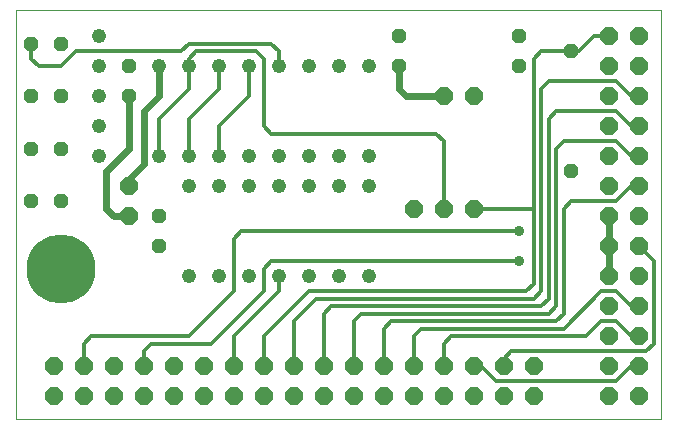
<source format=gtl>
G75*
%MOIN*%
%OFA0B0*%
%FSLAX24Y24*%
%IPPOS*%
%LPD*%
%AMOC8*
5,1,8,0,0,1.08239X$1,22.5*
%
%ADD10C,0.0000*%
%ADD11OC8,0.0600*%
%ADD12OC8,0.0480*%
%ADD13C,0.0480*%
%ADD14C,0.2300*%
%ADD15C,0.0240*%
%ADD16C,0.0120*%
%ADD17C,0.0354*%
D10*
X000200Y000800D02*
X000200Y014420D01*
X021692Y014420D01*
X021692Y000800D01*
X000200Y000800D01*
D11*
X001450Y001550D03*
X002450Y001550D03*
X003450Y001550D03*
X004450Y001550D03*
X005450Y001550D03*
X006450Y001550D03*
X007450Y001550D03*
X008450Y001550D03*
X009450Y001550D03*
X010450Y001550D03*
X011450Y001550D03*
X012450Y001550D03*
X013450Y001550D03*
X014450Y001550D03*
X015450Y001550D03*
X016450Y001550D03*
X017450Y001550D03*
X017450Y002550D03*
X016450Y002550D03*
X015450Y002550D03*
X014450Y002550D03*
X013450Y002550D03*
X012450Y002550D03*
X011450Y002550D03*
X010450Y002550D03*
X009450Y002550D03*
X008450Y002550D03*
X007450Y002550D03*
X006450Y002550D03*
X005450Y002550D03*
X004450Y002550D03*
X003450Y002550D03*
X002450Y002550D03*
X001450Y002550D03*
X003950Y007550D03*
X003950Y008550D03*
X013450Y007800D03*
X014450Y007800D03*
X015450Y007800D03*
X019950Y007550D03*
X020950Y007550D03*
X020950Y008550D03*
X019950Y008550D03*
X019950Y009550D03*
X020950Y009550D03*
X020950Y010550D03*
X019950Y010550D03*
X019950Y011550D03*
X020950Y011550D03*
X020950Y012550D03*
X019950Y012550D03*
X019950Y013550D03*
X020950Y013550D03*
X015450Y011550D03*
X014450Y011550D03*
X019950Y006550D03*
X020950Y006550D03*
X020950Y005550D03*
X019950Y005550D03*
X019950Y004550D03*
X020950Y004550D03*
X020950Y003550D03*
X019950Y003550D03*
X019950Y002550D03*
X020950Y002550D03*
X020950Y001550D03*
X019950Y001550D03*
D12*
X018700Y009050D03*
X016950Y012550D03*
X016950Y013550D03*
X018700Y013050D03*
X012950Y012550D03*
X012950Y013550D03*
X004950Y007550D03*
X004950Y006550D03*
X001700Y008050D03*
X000700Y008050D03*
X000700Y009800D03*
X001700Y009800D03*
X001700Y011550D03*
X000700Y011550D03*
X000700Y013300D03*
X001700Y013300D03*
X003950Y012550D03*
X003950Y011550D03*
D13*
X002950Y011550D03*
X002950Y010550D03*
X002950Y009550D03*
X004950Y009550D03*
X005950Y009550D03*
X006950Y009550D03*
X007950Y009550D03*
X008950Y009550D03*
X009950Y009550D03*
X010950Y009550D03*
X011950Y009550D03*
X011950Y008550D03*
X010950Y008550D03*
X009950Y008550D03*
X008950Y008550D03*
X007950Y008550D03*
X006950Y008550D03*
X005950Y008550D03*
X005950Y005550D03*
X006950Y005550D03*
X007950Y005550D03*
X008950Y005550D03*
X009950Y005550D03*
X010950Y005550D03*
X011950Y005550D03*
X011950Y012550D03*
X010950Y012550D03*
X009950Y012550D03*
X008950Y012550D03*
X007950Y012550D03*
X006950Y012550D03*
X005950Y012550D03*
X004950Y012550D03*
X002950Y012550D03*
X002950Y013550D03*
D14*
X001700Y005800D03*
D15*
X003450Y007550D02*
X003950Y007550D01*
X003450Y007550D02*
X003200Y007800D01*
X003200Y009050D01*
X003950Y009800D01*
X003950Y011550D01*
X004450Y011050D02*
X004950Y011550D01*
X004950Y012550D01*
X004450Y011050D02*
X004450Y009300D01*
X003950Y008800D01*
X003950Y008550D01*
X012950Y011800D02*
X012950Y012550D01*
X012950Y011800D02*
X013200Y011550D01*
X014450Y011550D01*
X019950Y007550D02*
X019950Y006550D01*
X019950Y005550D01*
D16*
X019700Y005050D02*
X020200Y005050D01*
X020700Y004550D01*
X020950Y004550D01*
X020200Y004050D02*
X020700Y003550D01*
X020950Y003550D01*
X021450Y003300D02*
X021450Y006050D01*
X020950Y006550D01*
X020200Y008050D02*
X020700Y008550D01*
X020950Y008550D01*
X020200Y008050D02*
X018700Y008050D01*
X018450Y007800D01*
X018450Y004300D01*
X018200Y004050D01*
X012700Y004050D01*
X012450Y003800D01*
X012450Y002550D01*
X013450Y002550D02*
X013450Y003550D01*
X013700Y003800D01*
X018450Y003800D01*
X019700Y005050D01*
X019700Y004050D02*
X020200Y004050D01*
X019700Y004050D02*
X019200Y003550D01*
X014700Y003550D01*
X014450Y003300D01*
X014450Y002550D01*
X015450Y002550D02*
X015700Y002550D01*
X016200Y002050D01*
X020200Y002050D01*
X020700Y002550D01*
X020950Y002550D01*
X021200Y003050D02*
X021450Y003300D01*
X021200Y003050D02*
X016700Y003050D01*
X016450Y002800D01*
X016450Y002550D01*
X017950Y004300D02*
X018200Y004550D01*
X018200Y009800D01*
X018450Y010050D01*
X020200Y010050D01*
X020700Y009550D01*
X020950Y009550D01*
X020950Y010550D02*
X020700Y010550D01*
X020200Y011050D01*
X018200Y011050D01*
X017950Y010800D01*
X017950Y004800D01*
X017700Y004550D01*
X010700Y004550D01*
X010450Y004300D01*
X010450Y002550D01*
X009450Y002550D02*
X009450Y004050D01*
X010200Y004800D01*
X017450Y004800D01*
X017700Y005050D01*
X017700Y011800D01*
X017950Y012050D01*
X020200Y012050D01*
X020700Y011550D01*
X020950Y011550D01*
X018950Y013050D02*
X019450Y013550D01*
X019950Y013550D01*
X018950Y013050D02*
X018700Y013050D01*
X017700Y013050D01*
X017450Y012800D01*
X017450Y007800D01*
X015450Y007800D01*
X014450Y007800D02*
X014450Y010050D01*
X014200Y010300D01*
X008700Y010300D01*
X008450Y010550D01*
X008450Y012800D01*
X008200Y013050D01*
X006200Y013050D01*
X005950Y012800D01*
X005950Y012550D01*
X005950Y011800D01*
X004950Y010800D01*
X004950Y009550D01*
X005950Y009550D02*
X005950Y010800D01*
X006950Y011800D01*
X006950Y012550D01*
X007950Y012550D02*
X007950Y011550D01*
X006950Y010550D01*
X006950Y009550D01*
X007700Y007050D02*
X016950Y007050D01*
X017450Y007800D02*
X017450Y005300D01*
X017200Y005050D01*
X009950Y005050D01*
X008450Y003550D01*
X008450Y002550D01*
X007450Y002550D02*
X007450Y003550D01*
X008950Y005050D01*
X008950Y005550D01*
X008450Y005800D02*
X008450Y005050D01*
X006700Y003300D01*
X004700Y003300D01*
X004450Y003050D01*
X004450Y002550D01*
X005950Y003550D02*
X007450Y005050D01*
X007450Y006800D01*
X007700Y007050D01*
X008700Y006050D02*
X016950Y006050D01*
X017950Y004300D02*
X011700Y004300D01*
X011450Y004050D01*
X011450Y002550D01*
X008450Y005800D02*
X008700Y006050D01*
X005950Y003550D02*
X002700Y003550D01*
X002450Y003300D01*
X002450Y002550D01*
X001700Y012550D02*
X000950Y012550D01*
X000700Y012800D01*
X000700Y013300D01*
X001700Y012550D02*
X002200Y013050D01*
X005700Y013050D01*
X005950Y013300D01*
X008700Y013300D01*
X008950Y013050D01*
X008950Y012550D01*
D17*
X016950Y007050D03*
X016950Y006050D03*
M02*

</source>
